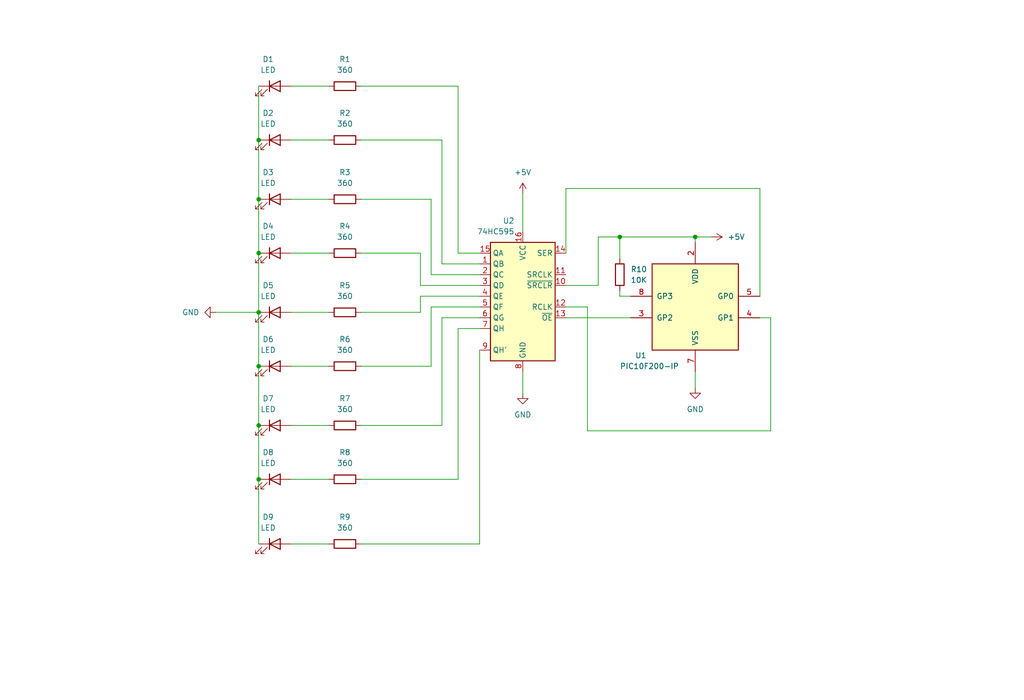
<source format=kicad_sch>
(kicad_sch (version 20230121) (generator eeschema)
  (paper "User" 241.3 165.1)
  (title_block (title "PIC10F200 and 74HC595 three wires interface") (company "Ricardo Lima Caratti"))
  (lib_symbols
    (symbol "74xx:74HC595"
      (property "Reference" "U" (at -7.62 13.97 0))
      (property "Value" "74HC595" (at -7.62 -16.51 0))
      (symbol "74HC595_1_0"
        (pin tri_state line (at 10.16 7.62 180) (length 2.54) (name "QB") (number "1"))
        (pin input line (at -10.16 2.54 0) (length 2.54) (name "~{SRCLR}") (number "10"))
        (pin input line (at -10.16 5.08 0) (length 2.54) (name "SRCLK") (number "11"))
        (pin input line (at -10.16 -2.54 0) (length 2.54) (name "RCLK") (number "12"))
        (pin input line (at -10.16 -5.08 0) (length 2.54) (name "~{OE}") (number "13"))
        (pin input line (at -10.16 10.16 0) (length 2.54) (name "SER") (number "14"))
        (pin tri_state line (at 10.16 10.16 180) (length 2.54) (name "QA") (number "15"))
        (pin power_in line (at 0 15.24 270) (length 2.54) (name "VCC") (number "16"))
        (pin tri_state line (at 10.16 5.08 180) (length 2.54) (name "QC") (number "2"))
        (pin tri_state line (at 10.16 2.54 180) (length 2.54) (name "QD") (number "3"))
        (pin tri_state line (at 10.16 0 180) (length 2.54) (name "QE") (number "4"))
        (pin tri_state line (at 10.16 -2.54 180) (length 2.54) (name "QF") (number "5"))
        (pin tri_state line (at 10.16 -5.08 180) (length 2.54) (name "QG") (number "6"))
        (pin tri_state line (at 10.16 -7.62 180) (length 2.54) (name "QH") (number "7"))
        (pin power_in line (at 0 -17.78 90) (length 2.54) (name "GND") (number "8"))
        (pin output line (at 10.16 -12.7 180) (length 2.54) (name "QH'") (number "9"))
      )
      (symbol "74HC595_1_1"
        (rectangle (start -7.62 12.7) (end 7.62 -15.24) (stroke (width 0.254)) (fill (type background)))
      )
    )
    (symbol "Device:LED" (pin_numbers hide) (pin_names (offset 1.016) hide)
      (property "Reference" "D" (at 0 2.54 0))
      (property "Value" "LED" (at 0 -2.54 0))
      (symbol "LED_0_1"
        (polyline (pts (xy -1.27 -1.27) (xy -1.27 1.27)) (stroke (width 0.254)))
        (polyline (pts (xy -1.27 0) (xy 1.27 0)))
        (polyline (pts (xy 1.27 -1.27) (xy 1.27 1.27) (xy -1.27 0) (xy 1.27 -1.27)) (stroke (width 0.254)))
        (polyline (pts (xy -3.048 -0.762) (xy -4.572 -2.286) (xy -3.81 -2.286) (xy -4.572 -2.286) (xy -4.572 -1.524)))
        (polyline (pts (xy -1.778 -0.762) (xy -3.302 -2.286) (xy -2.54 -2.286) (xy -3.302 -2.286) (xy -3.302 -1.524)))
      )
      (symbol "LED_1_1"
        (pin passive line (at -3.81 0 0) (length 2.54) (name "K") (number "1"))
        (pin passive line (at 3.81 0 180) (length 2.54) (name "A") (number "2"))
      )
    )
    (symbol "Device:R" (pin_numbers hide) (pin_names (offset 0))
      (property "Reference" "R" (at 2.032 0 90))
      (property "Value" "R" (at 0 0 90))
      (symbol "R_0_1"
        (rectangle (start -1.016 -2.54) (end 1.016 2.54) (stroke (width 0.254)))
      )
      (symbol "R_1_1"
        (pin passive line (at 0 3.81 270) (length 1.27) (name "~") (number "1"))
        (pin passive line (at 0 -3.81 90) (length 1.27) (name "~") (number "2"))
      )
    )
    (symbol "MCU_Microchip_PIC10:PIC10F200-IP" (pin_names (offset 1.016))
      (property "Reference" "U" (at 1.27 13.97 0))
      (property "Value" "PIC10F200-IP" (at 1.27 11.43 0))
      (symbol "PIC10F200-IP_0_1"
        (rectangle (start -10.16 10.16) (end 10.16 -10.16) (stroke (width 0.254)) (fill (type background)))
      )
      (symbol "PIC10F200-IP_1_1"
        (pin power_in line (at 0 15.24 270) (length 5.08) (name "VDD") (number "2"))
        (pin bidirectional line (at 15.24 -2.54 180) (length 5.08) (name "GP2") (number "3"))
        (pin bidirectional line (at -15.24 -2.54 0) (length 5.08) (name "GP1") (number "4"))
        (pin bidirectional line (at -15.24 2.54 0) (length 5.08) (name "GP0") (number "5"))
        (pin power_in line (at 0 -15.24 90) (length 5.08) (name "VSS") (number "7"))
        (pin input line (at 15.24 2.54 180) (length 5.08) (name "GP3") (number "8"))
      )
    )
    (symbol "power:+5V" (power) (pin_names (offset 0))
      (property "Value" "+5V" (at 0 3.556 0))
      (symbol "+5V_0_1"
        (polyline (pts (xy -0.762 1.27) (xy 0 2.54)))
        (polyline (pts (xy 0 0) (xy 0 2.54)))
        (polyline (pts (xy 0 2.54) (xy 0.762 1.27)))
      )
      (symbol "+5V_1_1"
        (pin power_in line (at 0 0 90) (length 0) hide (name "+5V") (number "1"))
      )
    )
    (symbol "power:GND" (power) (pin_names (offset 0))
      (property "Value" "GND" (at 0 -3.81 0))
      (symbol "GND_0_1"
        (polyline (pts (xy 0 0) (xy 0 -1.27) (xy 1.27 -1.27) (xy 0 -2.54) (xy -1.27 -1.27) (xy 0 -1.27)))
      )
      (symbol "GND_1_1"
        (pin power_in line (at 0 0 270) (length 0) hide (name "GND") (number "1"))
      )
    )
  )
  (junction (at 60.96 113.03))
  (junction (at 60.96 59.69))
  (junction (at 60.96 73.66))
  (junction (at 60.96 86.36))
  (junction (at 60.96 100.33))
  (junction (at 163.83 55.88))
  (junction (at 60.96 33.02))
  (junction (at 60.96 46.99))
  (junction (at 146.05 55.88))
  (wire (pts (xy 68.58 86.36) (xy 77.47 86.36)))
  (wire (pts (xy 60.96 86.36) (xy 60.96 100.33)))
  (wire (pts (xy 133.35 72.39) (xy 138.43 72.39)))
  (wire (pts (xy 85.09 113.03) (xy 107.95 113.03)))
  (wire (pts (xy 60.96 20.32) (xy 60.96 33.02)))
  (wire (pts (xy 68.58 20.32) (xy 77.47 20.32)))
  (wire (pts (xy 163.83 87.63) (xy 163.83 91.44)))
  (wire (pts (xy 60.96 59.69) (xy 60.96 73.66)))
  (wire (pts (xy 60.96 33.02) (xy 60.96 46.99)))
  (wire (pts (xy 148.59 69.85) (xy 146.05 69.85)))
  (wire (pts (xy 104.14 33.02) (xy 85.09 33.02)))
  (wire (pts (xy 60.96 46.99) (xy 60.96 59.69)))
  (wire (pts (xy 113.03 69.85) (xy 99.06 69.85)))
  (wire (pts (xy 104.14 74.93) (xy 104.14 100.33)))
  (wire (pts (xy 68.58 128.27) (xy 77.47 128.27)))
  (wire (pts (xy 123.19 87.63) (xy 123.19 92.71)))
  (wire (pts (xy 181.61 74.93) (xy 181.61 101.6)))
  (wire (pts (xy 101.6 64.77) (xy 101.6 46.99)))
  (wire (pts (xy 60.96 73.66) (xy 60.96 86.36)))
  (wire (pts (xy 163.83 57.15) (xy 163.83 55.88)))
  (wire (pts (xy 140.97 55.88) (xy 146.05 55.88)))
  (wire (pts (xy 133.35 44.45) (xy 179.07 44.45)))
  (wire (pts (xy 133.35 74.93) (xy 148.59 74.93)))
  (wire (pts (xy 113.03 82.55) (xy 113.03 128.27)))
  (wire (pts (xy 104.14 62.23) (xy 104.14 33.02)))
  (wire (pts (xy 113.03 77.47) (xy 107.95 77.47)))
  (wire (pts (xy 133.35 67.31) (xy 140.97 67.31)))
  (wire (pts (xy 68.58 46.99) (xy 77.47 46.99)))
  (wire (pts (xy 107.95 77.47) (xy 107.95 113.03)))
  (wire (pts (xy 133.35 59.69) (xy 133.35 44.45)))
  (wire (pts (xy 146.05 55.88) (xy 163.83 55.88)))
  (wire (pts (xy 99.06 59.69) (xy 85.09 59.69)))
  (wire (pts (xy 68.58 113.03) (xy 77.47 113.03)))
  (wire (pts (xy 113.03 62.23) (xy 104.14 62.23)))
  (wire (pts (xy 113.03 74.93) (xy 104.14 74.93)))
  (wire (pts (xy 68.58 59.69) (xy 77.47 59.69)))
  (wire (pts (xy 123.19 45.72) (xy 123.19 54.61)))
  (wire (pts (xy 146.05 68.58) (xy 146.05 69.85)))
  (wire (pts (xy 107.95 20.32) (xy 107.95 59.69)))
  (wire (pts (xy 68.58 73.66) (xy 77.47 73.66)))
  (wire (pts (xy 85.09 128.27) (xy 113.03 128.27)))
  (wire (pts (xy 113.03 64.77) (xy 101.6 64.77)))
  (wire (pts (xy 99.06 67.31) (xy 99.06 59.69)))
  (wire (pts (xy 99.06 69.85) (xy 99.06 73.66)))
  (wire (pts (xy 50.8 73.66) (xy 60.96 73.66)))
  (wire (pts (xy 60.96 100.33) (xy 60.96 113.03)))
  (wire (pts (xy 163.83 55.88) (xy 167.64 55.88)))
  (wire (pts (xy 179.07 74.93) (xy 181.61 74.93)))
  (wire (pts (xy 146.05 60.96) (xy 146.05 55.88)))
  (wire (pts (xy 179.07 44.45) (xy 179.07 69.85)))
  (wire (pts (xy 85.09 73.66) (xy 99.06 73.66)))
  (wire (pts (xy 85.09 86.36) (xy 101.6 86.36)))
  (wire (pts (xy 85.09 20.32) (xy 107.95 20.32)))
  (wire (pts (xy 101.6 72.39) (xy 101.6 86.36)))
  (wire (pts (xy 68.58 33.02) (xy 77.47 33.02)))
  (wire (pts (xy 107.95 59.69) (xy 113.03 59.69)))
  (wire (pts (xy 113.03 67.31) (xy 99.06 67.31)))
  (wire (pts (xy 140.97 67.31) (xy 140.97 55.88)))
  (wire (pts (xy 85.09 100.33) (xy 104.14 100.33)))
  (wire (pts (xy 138.43 101.6) (xy 181.61 101.6)))
  (wire (pts (xy 68.58 100.33) (xy 77.47 100.33)))
  (wire (pts (xy 60.96 113.03) (xy 60.96 128.27)))
  (wire (pts (xy 113.03 72.39) (xy 101.6 72.39)))
  (wire (pts (xy 138.43 72.39) (xy 138.43 101.6)))
  (wire (pts (xy 101.6 46.99) (xy 85.09 46.99)))
  (symbol (lib_id "Device:R") (at 81.28 33.02 90) (unit 1)
    (property "Reference" "R2" (at 81.28 26.67 90))
    (property "Value" "360" (at 81.28 29.21 90))
  )
  (symbol (lib_id "Device:R") (at 81.28 20.32 90) (unit 1)
    (property "Reference" "R1" (at 81.28 13.97 90))
    (property "Value" "360" (at 81.28 16.51 90))
  )
  (symbol (lib_id "Device:LED") (at 64.77 33.02 0) (unit 1)
    (property "Reference" "D2" (at 63.1825 26.67 0))
    (property "Value" "LED" (at 63.1825 29.21 0))
  )
  (symbol (lib_id "Device:LED") (at 64.77 20.32 0) (unit 1)
    (property "Reference" "D1" (at 63.1825 13.97 0))
    (property "Value" "LED" (at 63.1825 16.51 0))
  )
  (symbol (lib_id "74xx:74HC595") (at 123.19 69.85 0) (mirror y) (unit 1)
    (property "Reference" "U2" (at 121.2341 52.07 0) (effects (justify left)))
    (property "Value" "74HC595" (at 121.2341 54.61 0) (effects (justify left)))
    (property "Datasheet" "http://www.ti.com/lit/ds/symlink/sn74hc595.pdf" (effects hide))
  )
  (symbol (lib_id "Device:LED") (at 64.77 46.99 0) (unit 1)
    (property "Reference" "D3" (at 63.1825 40.64 0))
    (property "Value" "LED" (at 63.1825 43.18 0))
  )
  (symbol (lib_id "Device:LED") (at 64.77 113.03 0) (unit 1)
    (property "Reference" "D8" (at 63.1825 106.68 0))
    (property "Value" "LED" (at 63.1825 109.22 0))
  )
  (symbol (lib_id "Device:R") (at 146.05 64.77 180) (unit 1)
    (property "Reference" "R10" (at 148.59 63.5 0) (effects (justify right)))
    (property "Value" "10K" (at 148.59 66.04 0) (effects (justify right)))
  )
  (symbol (lib_id "Device:R") (at 81.28 113.03 90) (unit 1)
    (property "Reference" "R8" (at 81.28 106.68 90))
    (property "Value" "360" (at 81.28 109.22 90))
  )
  (symbol (lib_id "power:+5V") (at 123.19 45.72 0) (unit 1)
    (property "Reference" "#PWR01" (effects hide))
    (property "Value" "+5V" (at 123.19 40.64 0))
  )
  (symbol (lib_id "Device:R") (at 81.28 73.66 90) (unit 1)
    (property "Reference" "R5" (at 81.28 67.31 90))
    (property "Value" "360" (at 81.28 69.85 90))
  )
  (symbol (lib_id "Device:R") (at 81.28 59.69 90) (unit 1)
    (property "Reference" "R4" (at 81.28 53.34 90))
    (property "Value" "360" (at 81.28 55.88 90))
  )
  (symbol (lib_id "Device:R") (at 81.28 86.36 90) (unit 1)
    (property "Reference" "R6" (at 81.28 80.01 90))
    (property "Value" "360" (at 81.28 82.55 90))
  )
  (symbol (lib_id "Device:R") (at 81.28 100.33 90) (unit 1)
    (property "Reference" "R7" (at 81.28 93.98 90))
    (property "Value" "360" (at 81.28 96.52 90))
  )
  (symbol (lib_id "power:GND") (at 123.19 92.71 0) (unit 1)
    (property "Reference" "#PWR04" (effects hide))
    (property "Value" "GND" (at 123.19 97.79 0))
  )
  (symbol (lib_id "Device:LED") (at 64.77 128.27 0) (unit 1)
    (property "Reference" "D9" (at 63.1825 121.92 0))
    (property "Value" "LED" (at 63.1825 124.46 0))
  )
  (symbol (lib_id "Device:R") (at 81.28 46.99 90) (unit 1)
    (property "Reference" "R3" (at 81.28 40.64 90))
    (property "Value" "360" (at 81.28 43.18 90))
  )
  (symbol (lib_id "MCU_Microchip_PIC10:PIC10F200-IP") (at 163.83 72.39 0) (mirror y) (unit 1)
    (property "Reference" "U1" (at 152.4 83.82 0) (effects (justify left)))
    (property "Value" "PIC10F200-IP" (at 160.02 86.36 0) (effects (justify left)))
    (property "Footprint" "Package_DIP:DIP-8_W7.62mm" (effects hide))
    (property "Datasheet" "http://ww1.microchip.com/downloads/en/DeviceDoc/41239D.pdf" (effects hide))
  )
  (symbol (lib_id "Device:R") (at 81.28 128.27 90) (unit 1)
    (property "Reference" "R9" (at 81.28 121.92 90))
    (property "Value" "360" (at 81.28 124.46 90))
  )
  (symbol (lib_id "Device:LED") (at 64.77 73.66 0) (unit 1)
    (property "Reference" "D5" (at 63.1825 67.31 0))
    (property "Value" "LED" (at 63.1825 69.85 0))
  )
  (symbol (lib_id "Device:LED") (at 64.77 86.36 0) (unit 1)
    (property "Reference" "D6" (at 63.1825 80.01 0))
    (property "Value" "LED" (at 63.1825 82.55 0))
  )
  (symbol (lib_id "power:+5V") (at 167.64 55.88 270) (unit 1)
    (property "Reference" "#PWR05" (effects hide))
    (property "Value" "+5V" (at 171.45 55.88 90) (effects (justify left)))
  )
  (symbol (lib_id "Device:LED") (at 64.77 59.69 0) (unit 1)
    (property "Reference" "D4" (at 63.1825 53.34 0))
    (property "Value" "LED" (at 63.1825 55.88 0))
  )
  (symbol (lib_id "power:GND") (at 163.83 91.44 0) (unit 1)
    (property "Reference" "#PWR02" (effects hide))
    (property "Value" "GND" (at 163.83 96.52 0))
  )
  (symbol (lib_id "Device:LED") (at 64.77 100.33 0) (unit 1)
    (property "Reference" "D7" (at 63.1825 93.98 0))
    (property "Value" "LED" (at 63.1825 96.52 0))
  )
  (symbol (lib_id "power:GND") (at 50.8 73.66 270) (unit 1)
    (property "Reference" "#PWR03" (effects hide))
    (property "Value" "GND" (at 46.99 73.66 90) (effects (justify right)))
  )
)
</source>
